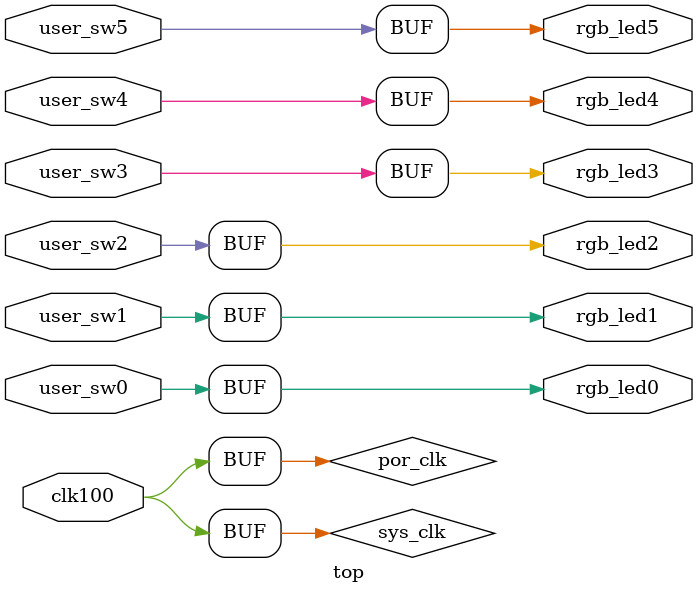
<source format=v>



module top (
	input  wire user_sw0,
	output wire rgb_led0,
	input  wire user_sw1,
	output wire rgb_led1,
	input  wire user_sw2,
	output wire rgb_led2,
	input  wire user_sw3,
	output wire rgb_led3,
	input  wire user_sw4,
	output wire rgb_led4,
	input  wire user_sw5,
	output wire rgb_led5,
	(* dont_touch = "true" *)	input  wire clk100
);


//------------------------------------------------------------------------------
// Signals
//------------------------------------------------------------------------------

wire sys_clk;
wire sys_rst;
wire por_clk;
reg  int_rst = 1'd1;

//------------------------------------------------------------------------------
// Combinatorial Logic
//------------------------------------------------------------------------------

assign rgb_led0 = user_sw0;
assign rgb_led1 = user_sw1;
assign rgb_led2 = user_sw2;
assign rgb_led3 = user_sw3;
assign rgb_led4 = user_sw4;
assign rgb_led5 = user_sw5;
assign sys_clk = clk100;
assign por_clk = clk100;
assign sys_rst = int_rst;


//------------------------------------------------------------------------------
// Synchronous Logic
//------------------------------------------------------------------------------

always @(posedge por_clk) begin
	int_rst <= 1'd0;
end


//------------------------------------------------------------------------------
// Specialized Logic
//------------------------------------------------------------------------------

endmodule

// -----------------------------------------------------------------------------
//  Auto-Generated by LiteX on 2022-10-04 09:34:17.
//------------------------------------------------------------------------------

</source>
